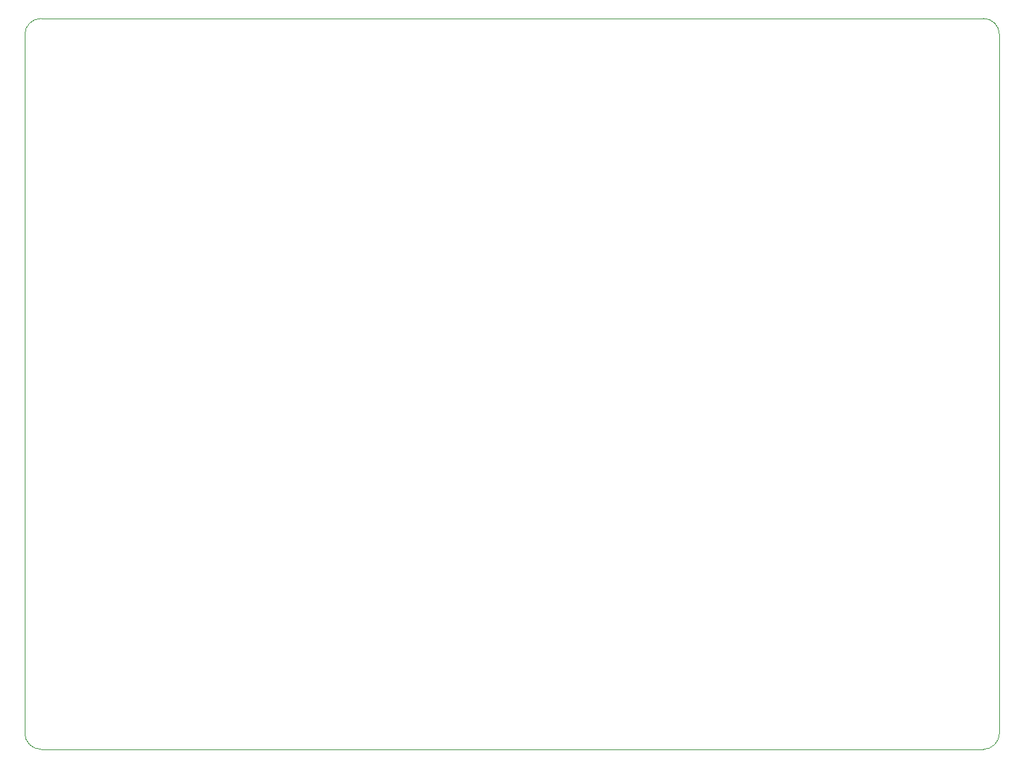
<source format=gm1>
G04 #@! TF.FileFunction,Profile,NP*
%FSLAX46Y46*%
G04 Gerber Fmt 4.6, Leading zero omitted, Abs format (unit mm)*
G04 Created by KiCad (PCBNEW 0.201512080931+6353~38~ubuntu14.04.1-stable) date Mon 28 Dec 2015 07:06:20 PM PST*
%MOMM*%
G01*
G04 APERTURE LIST*
%ADD10C,0.100000*%
G04 APERTURE END LIST*
D10*
X80000000Y-138000000D02*
G75*
G03X82000000Y-140000000I2000000J0D01*
G01*
X198000000Y-140000000D02*
G75*
G03X200000000Y-138000000I0J2000000D01*
G01*
X200000000Y-52000000D02*
G75*
G03X198000000Y-50000000I-2000000J0D01*
G01*
X82000000Y-50000000D02*
G75*
G03X80000000Y-52000000I0J-2000000D01*
G01*
X80000000Y-138000000D02*
X80000000Y-52000000D01*
X198000000Y-140000000D02*
X82000000Y-140000000D01*
X200000000Y-52000000D02*
X200000000Y-138000000D01*
X82000000Y-50000000D02*
X198000000Y-50000000D01*
M02*

</source>
